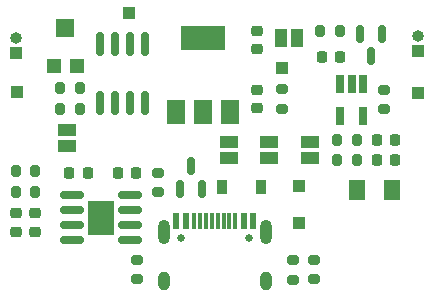
<source format=gts>
%TF.GenerationSoftware,KiCad,Pcbnew,7.0.6*%
%TF.CreationDate,2023-09-04T14:52:52+12:00*%
%TF.ProjectId,GBA_lipo,4742415f-6c69-4706-9f2e-6b696361645f,rev?*%
%TF.SameCoordinates,Original*%
%TF.FileFunction,Soldermask,Top*%
%TF.FilePolarity,Negative*%
%FSLAX46Y46*%
G04 Gerber Fmt 4.6, Leading zero omitted, Abs format (unit mm)*
G04 Created by KiCad (PCBNEW 7.0.6) date 2023-09-04 14:52:52*
%MOMM*%
%LPD*%
G01*
G04 APERTURE LIST*
G04 Aperture macros list*
%AMRoundRect*
0 Rectangle with rounded corners*
0 $1 Rounding radius*
0 $2 $3 $4 $5 $6 $7 $8 $9 X,Y pos of 4 corners*
0 Add a 4 corners polygon primitive as box body*
4,1,4,$2,$3,$4,$5,$6,$7,$8,$9,$2,$3,0*
0 Add four circle primitives for the rounded corners*
1,1,$1+$1,$2,$3*
1,1,$1+$1,$4,$5*
1,1,$1+$1,$6,$7*
1,1,$1+$1,$8,$9*
0 Add four rect primitives between the rounded corners*
20,1,$1+$1,$2,$3,$4,$5,0*
20,1,$1+$1,$4,$5,$6,$7,0*
20,1,$1+$1,$6,$7,$8,$9,0*
20,1,$1+$1,$8,$9,$2,$3,0*%
G04 Aperture macros list end*
%ADD10R,1.000000X1.000000*%
%ADD11R,1.500000X1.000000*%
%ADD12R,1.000000X1.500000*%
%ADD13RoundRect,0.200000X0.275000X-0.200000X0.275000X0.200000X-0.275000X0.200000X-0.275000X-0.200000X0*%
%ADD14RoundRect,0.250001X-0.462499X-0.624999X0.462499X-0.624999X0.462499X0.624999X-0.462499X0.624999X0*%
%ADD15O,1.000000X1.000000*%
%ADD16C,0.650000*%
%ADD17R,0.600000X1.450000*%
%ADD18R,0.300000X1.450000*%
%ADD19O,1.000000X1.600000*%
%ADD20O,1.000000X2.100000*%
%ADD21RoundRect,0.200000X0.200000X0.275000X-0.200000X0.275000X-0.200000X-0.275000X0.200000X-0.275000X0*%
%ADD22RoundRect,0.200000X-0.275000X0.200000X-0.275000X-0.200000X0.275000X-0.200000X0.275000X0.200000X0*%
%ADD23RoundRect,0.225000X-0.225000X-0.250000X0.225000X-0.250000X0.225000X0.250000X-0.225000X0.250000X0*%
%ADD24RoundRect,0.218750X-0.256250X0.218750X-0.256250X-0.218750X0.256250X-0.218750X0.256250X0.218750X0*%
%ADD25R,1.500000X2.000000*%
%ADD26R,3.800000X2.000000*%
%ADD27R,0.900000X1.200000*%
%ADD28RoundRect,0.200000X-0.200000X-0.275000X0.200000X-0.275000X0.200000X0.275000X-0.200000X0.275000X0*%
%ADD29R,1.200000X1.200000*%
%ADD30R,1.600000X1.500000*%
%ADD31R,0.650000X1.560000*%
%ADD32RoundRect,0.150000X-0.150000X0.587500X-0.150000X-0.587500X0.150000X-0.587500X0.150000X0.587500X0*%
%ADD33RoundRect,0.225000X0.225000X0.250000X-0.225000X0.250000X-0.225000X-0.250000X0.225000X-0.250000X0*%
%ADD34RoundRect,0.150000X0.825000X0.150000X-0.825000X0.150000X-0.825000X-0.150000X0.825000X-0.150000X0*%
%ADD35R,2.290000X3.000000*%
%ADD36RoundRect,0.225000X0.250000X-0.225000X0.250000X0.225000X-0.250000X0.225000X-0.250000X-0.225000X0*%
%ADD37RoundRect,0.150000X0.150000X-0.587500X0.150000X0.587500X-0.150000X0.587500X-0.150000X-0.587500X0*%
%ADD38RoundRect,0.225000X-0.250000X0.225000X-0.250000X-0.225000X0.250000X-0.225000X0.250000X0.225000X0*%
%ADD39RoundRect,0.150000X-0.150000X0.825000X-0.150000X-0.825000X0.150000X-0.825000X0.150000X0.825000X0*%
G04 APERTURE END LIST*
D10*
X107100000Y-131700000D03*
D11*
X87500000Y-126950000D03*
X87500000Y-128250000D03*
X101200000Y-127950000D03*
X101200000Y-129250000D03*
X104600000Y-127950000D03*
X104600000Y-129250000D03*
D12*
X106950000Y-119100000D03*
X105650000Y-119100000D03*
D11*
X108100000Y-127950000D03*
X108100000Y-129250000D03*
D10*
X92750000Y-117000000D03*
X83250000Y-123700000D03*
X117250000Y-123750000D03*
X105700000Y-121700000D03*
X107100000Y-134800000D03*
D13*
X105700000Y-125125000D03*
X105700000Y-123475000D03*
D14*
X114987500Y-132000000D03*
X112012500Y-132000000D03*
D10*
X117200000Y-120210000D03*
D15*
X117200000Y-118940000D03*
D16*
X102890000Y-136090000D03*
X97110000Y-136090000D03*
D17*
X96750000Y-134645000D03*
X97550000Y-134645000D03*
D18*
X98750000Y-134645000D03*
X99750000Y-134645000D03*
X100250000Y-134645000D03*
X101250000Y-134645000D03*
D17*
X102450000Y-134645000D03*
X103250000Y-134645000D03*
X103250000Y-134645000D03*
X102450000Y-134645000D03*
D18*
X101750000Y-134645000D03*
X100750000Y-134645000D03*
X99250000Y-134645000D03*
X98250000Y-134645000D03*
D17*
X97550000Y-134645000D03*
X96750000Y-134645000D03*
D19*
X95680000Y-139740000D03*
X104320000Y-139740000D03*
D20*
X104320000Y-135560000D03*
X95680000Y-135560000D03*
D21*
X88565000Y-123340000D03*
X86915000Y-123340000D03*
D22*
X93400000Y-137915000D03*
X93400000Y-139565000D03*
D23*
X87698000Y-130540000D03*
X89248000Y-130540000D03*
D24*
X83200000Y-133940000D03*
X83200000Y-135515000D03*
D25*
X96700000Y-125415000D03*
X99000000Y-125415000D03*
D26*
X99000000Y-119115000D03*
D25*
X101300000Y-125415000D03*
D27*
X103900000Y-131740000D03*
X100600000Y-131740000D03*
D28*
X83175000Y-132187000D03*
X84825000Y-132187000D03*
D29*
X86365000Y-121540000D03*
D30*
X87365000Y-118290000D03*
D29*
X88365000Y-121540000D03*
D31*
X112550000Y-123015000D03*
X111600000Y-123015000D03*
X110650000Y-123015000D03*
X110650000Y-125715000D03*
X112550000Y-125715000D03*
D23*
X113750000Y-127740000D03*
X115300000Y-127740000D03*
D24*
X84800000Y-133940000D03*
X84800000Y-135515000D03*
D32*
X114200000Y-118802500D03*
X112300000Y-118802500D03*
X113250000Y-120677500D03*
D33*
X93375000Y-130540000D03*
X91825000Y-130540000D03*
D23*
X109050000Y-120740000D03*
X110600000Y-120740000D03*
D34*
X92845000Y-136245000D03*
X92845000Y-134975000D03*
X92845000Y-133705000D03*
X92845000Y-132435000D03*
X87895000Y-132435000D03*
X87895000Y-133705000D03*
X87895000Y-134975000D03*
X87895000Y-136245000D03*
D35*
X90370000Y-134340000D03*
D22*
X95200000Y-130540000D03*
X95200000Y-132190000D03*
D28*
X83175000Y-130409000D03*
X84825000Y-130409000D03*
D10*
X83200000Y-120410000D03*
D15*
X83200000Y-119140000D03*
D28*
X110375000Y-129465000D03*
X112025000Y-129465000D03*
D22*
X108400000Y-137915000D03*
X108400000Y-139565000D03*
X106600000Y-137940000D03*
X106600000Y-139590000D03*
D28*
X86915000Y-125140000D03*
X88565000Y-125140000D03*
X110375000Y-127740000D03*
X112025000Y-127740000D03*
D36*
X103600000Y-123525000D03*
X103600000Y-125075000D03*
D37*
X97050000Y-131877500D03*
X98950000Y-131877500D03*
X98000000Y-130002500D03*
D38*
X103600000Y-118515000D03*
X103600000Y-120065000D03*
D33*
X115300000Y-129465000D03*
X113750000Y-129465000D03*
D13*
X114300000Y-125165000D03*
X114300000Y-123515000D03*
D28*
X108950000Y-118565000D03*
X110600000Y-118565000D03*
D39*
X94070000Y-119665000D03*
X92800000Y-119665000D03*
X91530000Y-119665000D03*
X90260000Y-119665000D03*
X90260000Y-124615000D03*
X91530000Y-124615000D03*
X92800000Y-124615000D03*
X94070000Y-124615000D03*
M02*

</source>
